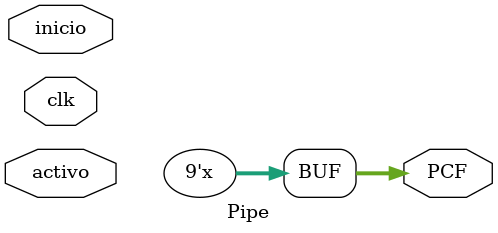
<source format=v>
`timescale 1ns / 1ps
module Pipe
(
	input wire clk,
	input wire inicio,
	input wire activo,
	output reg [8:0]PCF
);


//--------------------------------------------------------------------------------
//Etapa fetch 
//--------------------------------------------------------------------------------

wire [8:0]PC1;
wire [8:0]PCF;
wire [8:0]PCPlus4F;
wire [31:0]Instr;


//--------------------------------------------------------------------------------
//Etapa ID
//--------------------------------------------------------------------------------

//Latchs entrada
wire [31:0]InstrD; 
wire [8:0]PCPlus4D;
//Unidad de control
wire RegWriteD;
wire MemtoRegD;
wire [3:0]MemWriteD;
wire [3:0]ALUControlID;
wire [1:0]ALUSrcD;
wire RegDstD;
wire BranchD;
wire [1:0]MemReadD; 
wire finalD;
//Banco de registro
wire [31:0]RD1;
wire [31:0]RD2;
//Sign extend
wire[31:0]SignImmD;
//Left Shift 2
wire[31:0]out_left_shift2;
//Mux ForwardAD
wire [31:0]out_mux_forwardAD;
//Mux ForwardBD
wire [31:0]out_mux_forwardBD;
//EqualD  etapa ID
wire EqualD;
//Compuerta AND PCSrcD
wire PCSrcD;
//Sumador de PCBranchD etapa ID
wire [8:0]PCBranchD;


//--------------------------------------------------------------------------------
//Bancos de registros
//--------------------------------------------------------------------------------
wire [31:0]out0;
wire [31:0]out1;
wire [31:0]out2;
wire [31:0]out3;
wire [31:0]out4;
wire [31:0]out5;
wire [31:0]out6;
wire [31:0]out7;
wire [31:0]out8;
wire [31:0]out9;
wire [31:0]out10;
wire [31:0]out11;
wire [31:0]out12;
wire [31:0]out13;
wire [31:0]out14;
wire [31:0]out15;
wire [31:0]out16;
wire [31:0]out17;
wire [31:0]out18;
wire [31:0]out19;
wire [31:0]out20;
wire [31:0]out21;
wire [31:0]out22;
wire [31:0]out23;
wire [31:0]out24;
wire [31:0]out25;
wire [31:0]out26;
wire [31:0]out27;
wire [31:0]out28;
wire [31:0]out29;
wire [31:0]out30;
wire [31:0]out31;

//--------------------------------------------------------------------------------
//Etapa EX
//--------------------------------------------------------------------------------
//Latch entrada
wire [1:0]MemReadE;
wire RegWriteE;
wire MemtoRegE;
wire [3:0]MemWriteE;
wire [3:0]ALUControlIE;
wire [1:0]ALUSrcE;
wire RegDstE;
wire [31:0]RD1E;
wire [31:0]RD2E;
wire [4:0]RsE;
wire [4:0]RtE;
wire [4:0]RdE;
wire [31:0]SignImmE;
wire finalE;
//mux regdste
wire [4:0]WriteRegE;
//mux forwardAE
wire [31:0]SrcAE;
//mux forwardBE
wire [31:0]WriteDataE;
//mux ALUSrcE_A
wire [31:0]SrcAE1;
//mux ALUSrcE
wire [31:0]SrcBE;
//alu exec
wire [31:0]ALUOut;


//--------------------------------------------------------------------------------
//Etapa MEM
//--------------------------------------------------------------------------------
//Latch entrada Mem
wire [1:0]MemReadM;
wire RegWriteM;
wire MemtoRegM;
wire [3:0]MemWriteM;
wire [31:0]ALUOutM;
wire [31:0]WriteDataM;
wire [4:0]WriteRegM;
wire finalM;
//SalidaMem
wire [31:0]ReadDataM;
//Salida maskMemReadM
wire [31:0]ReadData;


//--------------------------------------------------------------------------------
//Etapa Write Back
//--------------------------------------------------------------------------------
//Latch entrada Write Back
wire [1:0]MemReadW;
wire RegWriteW;
wire MemtoRegW;
wire [31:0]ReadDataW;
wire [31:0]ALUOutW;
wire [4:0]WriteRegW;
wire finalW;
//Mux memtoregW
wire [31:0]ResultW;


//--------------------------------------------------------------------------------
//Wires unidad de riesgos 
//--------------------------------------------------------------------------------
wire StallF;
wire StallD;
wire [1:0]ForwardAD; 
wire [1:0]ForwardBD; 
wire FlushE;
wire [1:0]ForwardAE;
wire [1:0]ForwardBE;



//--------------------------------------------------------------------------------
//Fetch
//--------------------------------------------------------------------------------

//Mux para pc de etapa de fetch	
mux_pc mux_pc1(
		.PCPlus4F(PCPlus4F),
		.PCBranchD(PCBranchD),
		.PCSrcD(PCSrcD),
		.PC1(PC1)
);

//Primer latch de PC en etapa de fetch
PC_REG pcreg
(
	.clk(clk),
	.en(StallF || ~activo),
	.PC1(PC1),
	.inicio(inicio),
	.PCF(PCF)
);

//el IPCORE TIENE QUE SER RAM
ip_core ip_core1 (
  .clka(clk), // input clka
  .addra(PCF), // input [31 : 0] addra
  //.addra(PC1),
  .douta(Instr), // output [31 : 0] douta
  .ena(~StallF && ~inicio && activo)
);	

//Sumador de etapa de fetch.
add_pc add_pc1(
	.PCF(PCF),
	.PCPlus4F(PCPlus4F)
);

//Latch fin etapa IF.
Latch_Fin_IF latchfinif
(
	.Instr(Instr),
	.PCPlus4F(PCPlus4F),
	.clk(clk),
	.en(StallD || ~activo),
	.clr(PCSrcD),
	.inicio(inicio),
	.InstrD(InstrD),
	.PCPlus4D(PCPlus4D)
);

//--------------------------------------------------------------------------------
//Etapa ID
//--------------------------------------------------------------------------------

//Unidad de control en etapa ID
Control_Unit controlunit
(
	.Op(InstrD[31:26]),
	.Funct(InstrD[5:0]),
	.inicio(inicio),
	.ALUControlID(ALUControlID),
	.RegWriteD(RegWriteD),
	.MemtoRegD(MemtoRegD),
	.MemWriteD(MemWriteD),
	.BranchD(BranchD),
	.ALUSrcD(ALUSrcD),
	.RegDstD(RegDstD),	
	.MemReadD(MemReadD),
	.finalD(finalD)
);

//Banco de registros etapa ID
Register_File bancoregistros
(
	.clk(clk),
	.A1(InstrD[25:21]),
	.A2(InstrD[20:16]),
	.A3(WriteRegW),
	.WD3(ResultW),
	.WE3(RegWriteW),
	.inicio(inicio),
	.activo(activo),
	.RD1(RD1),
	.RD2(RD2)
);

//SignExtend etapa ID
Sign_Extend signextend
(
	.in(InstrD[15:0]),
	.SignImmD(SignImmD)
);

Left_Shift2 leftshift2
(
	.in(SignImmD),
	.out(out_left_shift2)
);


//Mux forwardAD etapa ID
mux_ForwardAD muxForwardAD
(
	.RD1(RD1),
	.ALUOutM(ALUOutM),
	.ALUOut(ALUOut),
	.ForwardAD(ForwardAD),
	.out(out_mux_forwardAD)
);

//Mux forwardBD etapa ID
mux_ForwardBD muxForwardBD
(
	.RD2(RD2),
	.ALUOutM(ALUOutM),
	.ALUOut(ALUOut),
	.ForwardBD(ForwardBD),
	.out(out_mux_forwardBD)
);

//Comparador de igualdad ID
Comparador_Igualdad comparador
(
	.Op(InstrD[31:26]),
	.input1(out_mux_forwardAD),
	.input2(out_mux_forwardBD),
	.EqualD(EqualD)
);

//Compuerta AND etapada ID
And_PCSrcD andpcsrcd
(
	.BranchD(BranchD),
	.EqualD(EqualD),
	.PCSrcD(PCSrcD)
);

//Sumador para PCBranchD en etapa ID
Sumador_EID sumadoreid
(
	//.input1(SignImmD[8:0]),
	.input1(out_left_shift2[8:0]),
	.PCPlus4D(PCPlus4D),
	.PCBranchD(PCBranchD)
);

//Latch fin de etapa ID
Latch_Fin_ID latchfinid
(
	.MemReadD(MemReadD),
	.RegWriteD(RegWriteD),
	.MemtoRegD(MemtoRegD),
	.MemWriteD(MemWriteD),
	.ALUControlID(ALUControlID),
	.ALUSrcD(ALUSrcD),
	.RegDstD(RegDstD),
	.RD1(RD1),
	.RD2(RD2),
	.RsD(InstrD[25:21]),
	.RtD(InstrD[20:16]),
	.RdD(InstrD[15:11]),
	.SignImmD(SignImmD),
	.clk(clk),
	.FlushE(FlushE),
	.inicio(inicio),
	.activo(activo),
	.finalD(finalD),
	.MemReadE(MemReadE),
	.RegWriteE(RegWriteE),
	.MemtoRegE(MemtoRegE),
	.MemWriteE(MemWriteE),
	.ALUControlIE(ALUControlIE),
	.ALUSrcE(ALUSrcE),
	.RegDstE(RegDstE),
	.RD1E(RD1E),
	.RD2E(RD2E),
	.RsE(RsE),
	.RtE(RtE),
	.RdE(RdE),
	.SignImmE(SignImmE),
	.finalE(finalE)
);

//--------------------------------------------------------------------------------
//Etapa EXEC
//--------------------------------------------------------------------------------

//mux regdste
mux_RegDstE muxregdste
(
	.RtE(RtE),
	.RdE(RdE),
	.RegDstE(RegDstE),
	.WriteRegE(WriteRegE)
);

//mux forwardAE
mux_ForwardAE muxforwardAE
(
	.RD1E(RD1E),
	.ResultW(ResultW),
	.ALUOutM(ALUOutM),
	.ForwardAE(ForwardAE),
	.SrcAE(SrcAE)
);

//mux forwardBE
mux_ForwardBE muxforwardBE
(
	.RD2E(RD2E),
	.ResultW(ResultW),
	.ALUOutM(ALUOutM),
	.ForwardBE(ForwardBE),
	.WriteDataE(WriteDataE)
);

//Mux AluSrcE a entrada ALU A.
mux_ALUSrcE_A muxalusrcE_A
(
	.SrcAE(SrcAE),
	.WriteDataE(WriteDataE),
	.SignImmE(SignImmE),
	.ALUSrcE(ALUSrcE),
	.SrcAE1(SrcAE1)
);

//mux ALUSrcE
mux_ALUSrcE muxalusrcE
(
	.WriteDataE(WriteDataE),
	.SignImmE(SignImmE),
	.ALUSrcE(ALUSrcE),
	.SrcBE(SrcBE)
);

//alu etapa exe
alu_exec aluexec
(
	.SrcAE(SrcAE1),
	.SrcBE(SrcBE),
	.ALUControlIE(ALUControlIE),
	.ALUOut(ALUOut)
);

//Latch fin de etapa EXEC
Latch_Fin_Exec latchfinEXEC
(
	.MemReadE(MemReadE),
	.RegWriteE(RegWriteE),
	.MemtoRegE(MemtoRegE),
	.MemWriteE(MemWriteE),
	.ALUOut(ALUOut),
	.WriteDataE(WriteDataE),
	.WriteRegE(WriteRegE),
	.clk(clk),
	.activo(activo),
	.inicio(inicio),
	.finalE(finalE),
	.MemReadM(MemReadM),
	.RegWriteM(RegWriteM),
	.MemtoRegM(MemtoRegM),
	.MemWriteM(MemWriteM),
	.ALUOutM(ALUOutM),
	.WriteDataM(WriteDataM),
	.WriteRegM(WriteRegM),
	.finalM(finalM)
);


//--------------------------------------------------------------------------------
//Etapa MEM
//--------------------------------------------------------------------------------

memoria_de_datos memdatos
(  
  .clka(clk), // input clka
  .ena(activo), // input ena
  .wea(MemWriteM), // input [3 : 0] wea
  .addra(ALUOutM[11:0]), // input [11 : 0] addra
  .dina(WriteDataM), // input [31 : 0] dina
  .douta(ReadDataM) // output [31 : 0] douta
);

mask_MemReadM maskmemreadM
(
	.ReadDataM(ReadDataM),
	.MemReadW(MemReadM), 
	.ReadData(ReadData)
);

/*
memoria_datos memdatos1
(
  .clka(clk), // input clka
  .ena(EN_Data_Mem), // input ena
  .wea(MemWriteM), // input [0 : 0] wea
  .addra(ALUOutM[11:0]), // input [11 : 0] addra
  .dina(WriteDataM[7:0]), // input [7 : 0] dina
  .douta(ReadDataM[7:0]) // output [7 : 0] douta
);
//ena i_read_en|i_write_en && i_clk_en

memoria_datos memdatos2
(
  .clka(clk), // input clka
  .ena(EN_Data_Mem), // input ena
  .wea(MemWriteM), // input [0 : 0] wea
  .addra(ALUOutM[11:0]), // input [11 : 0] addra
  .dina(WriteDataM[15:8]), // input [7 : 0] dina
  .douta(ReadDataM[15:8]) // output [7 : 0] douta
);

memoria_datos memdatos3
(
  .clka(clk), // input clka
  .ena(EN_Data_Mem), // input ena
  .wea(MemWriteM), // input [0 : 0] wea
  .addra(ALUOutM[11:0]), // input [11 : 0] addra
  .dina(WriteDataM[23:16]), // input [7 : 0] dina
  .douta(ReadDataM[23:16]) // output [7 : 0] douta
);

memoria_datos memdatos4
(
  .clka(clk), // input clka
  .ena(EN_Data_Mem), // input ena
  .wea(MemWriteM), // input [0 : 0] wea
  .addra(ALUOutM[11:0]), // input [11 : 0] addra
  .dina(WriteDataM[31:24]), // input [7 : 0] dina
  .douta(ReadDataM[31:24]) // output [7 : 0] douta
);
*/

//Latch fin mem
Latch_Fin_Mem latchfinMEM
(
	.MemReadM(MemReadM),
	.RegWriteM(RegWriteM),
	.MemtoRegM(MemtoRegM),
	.ReadData(ReadData),
	.ALUOutM(ALUOutM),
	.WriteRegM(WriteRegM),
	.clk(clk),
	.inicio(inicio),
	.activo(activo),
	.finalM(finalM),
	.MemReadW(MemReadW),
	.RegWriteW(RegWriteW),
	.MemtoRegW(MemtoRegW),
	.ReadDataW(ReadDataW),
	.ALUOutW(ALUOutW),
	.WriteRegW(WriteRegW),
	.finalW(finalW)
);

//--------------------------------------------------------------------------------
//Etapa Write-Back
//--------------------------------------------------------------------------------

//mux MemtoRegW
mux_MemtoRegW muxmemtoregW
(
	.ReadDataW(ReadDataW),
	.ALUOutW(ALUOutW),
	.MemtoRegW(MemtoRegW),
	.ResultW(ResultW)
);



//--------------------------------------------------------------------------------
//Unidad de riesgos
//--------------------------------------------------------------------------------
unidad_riesgos unidadderiesgos
(
	.BranchD(BranchD),
	.RsD(InstrD[25:21]),
	.RtD(InstrD[20:16]),
	.RsE(RsE),
	.RtE(RtE),
	.WriteRegE(WriteRegE),
	.MemtoRegE(MemtoRegE),
	.RegWriteE(RegWriteE),
	.WriteRegM(WriteRegM),
	.RegWriteM(RegWriteM),
	.WriteRegW(WriteRegW),
	.RegWriteW(RegWriteW),
	.MemtoRegM(MemtoRegM),
	.inicio(inicio),
	.StallF(StallF),
	.StallD(StallD),
	.ForwardAD(ForwardAD),
	.ForwardBD(ForwardBD),
	.FlushE(FlushE),
	.ForwardAE(ForwardAE),
	.ForwardBE(ForwardBE)
);


always@(*)
begin
	PCF<=PCF;
end

endmodule

</source>
